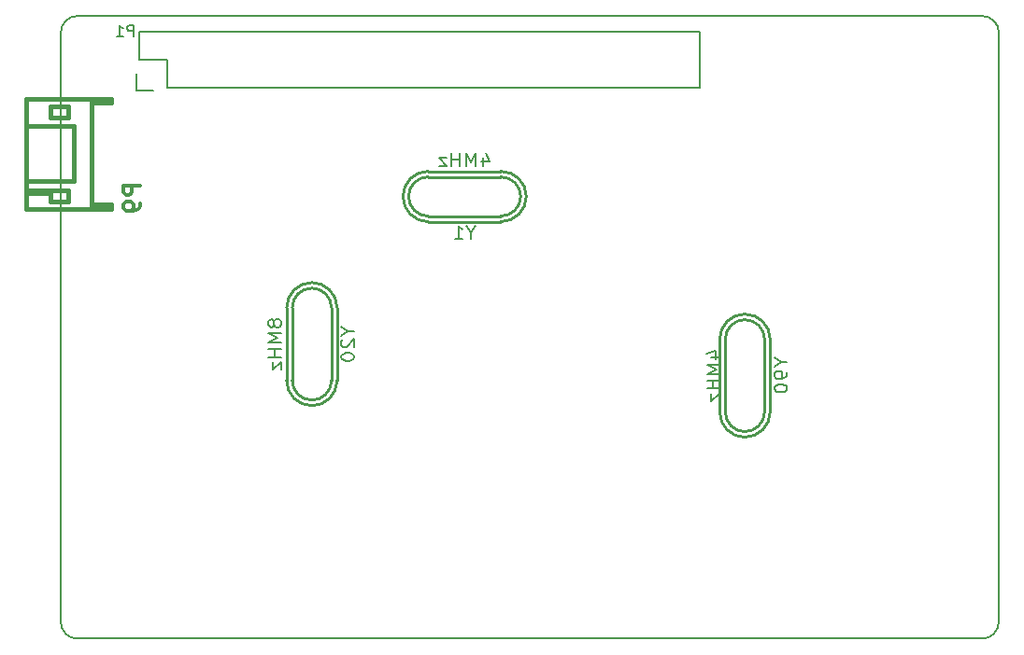
<source format=gbo>
G04 #@! TF.GenerationSoftware,KiCad,Pcbnew,5.1.2-f72e74a~84~ubuntu18.04.1*
G04 #@! TF.CreationDate,2019-05-05T23:22:51+02:00*
G04 #@! TF.ProjectId,AIOR,41494f52-2e6b-4696-9361-645f70636258,V1.0*
G04 #@! TF.SameCoordinates,Original*
G04 #@! TF.FileFunction,Legend,Bot*
G04 #@! TF.FilePolarity,Positive*
%FSLAX46Y46*%
G04 Gerber Fmt 4.6, Leading zero omitted, Abs format (unit mm)*
G04 Created by KiCad (PCBNEW 5.1.2-f72e74a~84~ubuntu18.04.1) date 2019-05-05 23:22:51*
%MOMM*%
%LPD*%
G04 APERTURE LIST*
%ADD10C,0.150000*%
%ADD11C,0.381000*%
%ADD12C,0.254000*%
%ADD13C,0.304800*%
%ADD14C,0.152400*%
G04 APERTURE END LIST*
D10*
X129500000Y-71500000D02*
X211500000Y-71500000D01*
X128000000Y-126500000D02*
X128000000Y-73000000D01*
X211500000Y-128000000D02*
X129500000Y-128000000D01*
X213000000Y-73000000D02*
X213000000Y-126500000D01*
X129500000Y-71500000D02*
G75*
G03X128000000Y-73000000I0J-1500000D01*
G01*
X128000000Y-126500000D02*
G75*
G03X129500000Y-128000000I1500000J0D01*
G01*
X211500000Y-128000000D02*
G75*
G03X213000000Y-126500000I0J1500000D01*
G01*
X213000000Y-73000000D02*
G75*
G03X211500000Y-71500000I-1500000J0D01*
G01*
D11*
X132590540Y-89009220D02*
X124891800Y-89009220D01*
X132590540Y-88610440D02*
X132590540Y-89009220D01*
X130792220Y-88610440D02*
X132590540Y-88610440D01*
X132590540Y-79410560D02*
X130792220Y-79410560D01*
X132590540Y-79011780D02*
X132590540Y-79410560D01*
X124891800Y-79011780D02*
X132590540Y-79011780D01*
X132590540Y-88808560D02*
X130792220Y-88808560D01*
X132590540Y-79212440D02*
X130792220Y-79212440D01*
X127091440Y-88313260D02*
X128691640Y-88313260D01*
X127091440Y-87312500D02*
X127091440Y-88313260D01*
X128691640Y-87312500D02*
X127091440Y-87312500D01*
X128691640Y-88313260D02*
X128691640Y-87312500D01*
X128691640Y-80713580D02*
X128691640Y-79712820D01*
X128691640Y-79712820D02*
X127091440Y-79712820D01*
X127091440Y-79712820D02*
X127091440Y-80713580D01*
X127091440Y-80713580D02*
X128691640Y-80713580D01*
X129192020Y-86512400D02*
X124891800Y-86512400D01*
X129192020Y-81511140D02*
X124891800Y-81511140D01*
X130792220Y-89011760D02*
X130792220Y-79009240D01*
X124891800Y-89011760D02*
X124891800Y-79009240D01*
X129192020Y-81511140D02*
X129192020Y-86509860D01*
X124891800Y-87609680D02*
X127091440Y-87609680D01*
X124891800Y-87309960D02*
X124891800Y-87609680D01*
X127091440Y-87309960D02*
X124891800Y-87309960D01*
D10*
X185902600Y-72948800D02*
X135102600Y-72948800D01*
X137642600Y-78028800D02*
X185902600Y-78028800D01*
X185902600Y-72948800D02*
X185902600Y-78028800D01*
X135102600Y-72948800D02*
X135102600Y-75488800D01*
X136372600Y-78308800D02*
X134822600Y-78308800D01*
X135102600Y-75488800D02*
X137642600Y-75488800D01*
X137642600Y-75488800D02*
X137642600Y-78028800D01*
X134822600Y-78308800D02*
X134822600Y-76758800D01*
D12*
X170180000Y-87884000D02*
G75*
G02X167894000Y-90170000I-2286000J0D01*
G01*
X161290000Y-86106000D02*
X167894000Y-86106000D01*
X167894000Y-89662000D02*
X161290000Y-89662000D01*
X167894000Y-86106000D02*
G75*
G02X169672000Y-87884000I0J-1778000D01*
G01*
X169672000Y-87884000D02*
G75*
G02X167894000Y-89662000I-1778000J0D01*
G01*
X159512000Y-87884000D02*
G75*
G02X161290000Y-86106000I1778000J0D01*
G01*
X161290000Y-89662000D02*
G75*
G02X159512000Y-87884000I0J1778000D01*
G01*
X167894000Y-85598000D02*
G75*
G02X170180000Y-87884000I0J-2286000D01*
G01*
X167894000Y-85598000D02*
X161290000Y-85598000D01*
X161290000Y-90170000D02*
X167894000Y-90170000D01*
X159004000Y-87884000D02*
G75*
G02X161290000Y-85598000I2286000J0D01*
G01*
X161290000Y-90170000D02*
G75*
G02X159004000Y-87884000I0J2286000D01*
G01*
X153035000Y-104584500D02*
G75*
G02X150749000Y-106870500I-2286000J0D01*
G01*
X150749000Y-106870500D02*
G75*
G02X148463000Y-104584500I0J2286000D01*
G01*
X153035000Y-104584500D02*
X153035000Y-97980500D01*
X148463000Y-97980500D02*
X148463000Y-104584500D01*
X148463000Y-97980500D02*
G75*
G02X150749000Y-95694500I2286000J0D01*
G01*
X152527000Y-104584500D02*
G75*
G02X150749000Y-106362500I-1778000J0D01*
G01*
X150749000Y-106362500D02*
G75*
G02X148971000Y-104584500I0J1778000D01*
G01*
X150749000Y-96202500D02*
G75*
G02X152527000Y-97980500I0J-1778000D01*
G01*
X148971000Y-97980500D02*
G75*
G02X150749000Y-96202500I1778000J0D01*
G01*
X152527000Y-97980500D02*
X152527000Y-104584500D01*
X148971000Y-104584500D02*
X148971000Y-97980500D01*
X150749000Y-95694500D02*
G75*
G02X153035000Y-97980500I0J-2286000D01*
G01*
X189992000Y-98552000D02*
G75*
G02X192278000Y-100838000I0J-2286000D01*
G01*
X188214000Y-107442000D02*
X188214000Y-100838000D01*
X191770000Y-100838000D02*
X191770000Y-107442000D01*
X188214000Y-100838000D02*
G75*
G02X189992000Y-99060000I1778000J0D01*
G01*
X189992000Y-99060000D02*
G75*
G02X191770000Y-100838000I0J-1778000D01*
G01*
X189992000Y-109220000D02*
G75*
G02X188214000Y-107442000I0J1778000D01*
G01*
X191770000Y-107442000D02*
G75*
G02X189992000Y-109220000I-1778000J0D01*
G01*
X187706000Y-100838000D02*
G75*
G02X189992000Y-98552000I2286000J0D01*
G01*
X187706000Y-100838000D02*
X187706000Y-107442000D01*
X192278000Y-107442000D02*
X192278000Y-100838000D01*
X189992000Y-109728000D02*
G75*
G02X187706000Y-107442000I0J2286000D01*
G01*
X192278000Y-107442000D02*
G75*
G02X189992000Y-109728000I-2286000J0D01*
G01*
D13*
X135182428Y-86886142D02*
X133658428Y-86886142D01*
X133658428Y-87466714D01*
X133731000Y-87611857D01*
X133803571Y-87684428D01*
X133948714Y-87757000D01*
X134166428Y-87757000D01*
X134311571Y-87684428D01*
X134384142Y-87611857D01*
X134456714Y-87466714D01*
X134456714Y-86886142D01*
X135182428Y-88482714D02*
X135182428Y-88773000D01*
X135109857Y-88918142D01*
X135037285Y-88990714D01*
X134819571Y-89135857D01*
X134529285Y-89208428D01*
X133948714Y-89208428D01*
X133803571Y-89135857D01*
X133731000Y-89063285D01*
X133658428Y-88918142D01*
X133658428Y-88627857D01*
X133731000Y-88482714D01*
X133803571Y-88410142D01*
X133948714Y-88337571D01*
X134311571Y-88337571D01*
X134456714Y-88410142D01*
X134529285Y-88482714D01*
X134601857Y-88627857D01*
X134601857Y-88918142D01*
X134529285Y-89063285D01*
X134456714Y-89135857D01*
X134311571Y-89208428D01*
D10*
X134596095Y-73350380D02*
X134596095Y-72350380D01*
X134215142Y-72350380D01*
X134119904Y-72398000D01*
X134072285Y-72445619D01*
X134024666Y-72540857D01*
X134024666Y-72683714D01*
X134072285Y-72778952D01*
X134119904Y-72826571D01*
X134215142Y-72874190D01*
X134596095Y-72874190D01*
X133072285Y-73350380D02*
X133643714Y-73350380D01*
X133358000Y-73350380D02*
X133358000Y-72350380D01*
X133453238Y-72493238D01*
X133548476Y-72588476D01*
X133643714Y-72636095D01*
D14*
X165196761Y-91158785D02*
X165196761Y-91703071D01*
X165620095Y-90560071D02*
X165196761Y-91158785D01*
X164773428Y-90560071D01*
X163684857Y-91703071D02*
X164410571Y-91703071D01*
X164047714Y-91703071D02*
X164047714Y-90560071D01*
X164168666Y-90723357D01*
X164289619Y-90832214D01*
X164410571Y-90886642D01*
X166255095Y-84337071D02*
X166255095Y-85099071D01*
X166557476Y-83901642D02*
X166859857Y-84718071D01*
X166073666Y-84718071D01*
X165589857Y-85099071D02*
X165589857Y-83956071D01*
X165166523Y-84772500D01*
X164743190Y-83956071D01*
X164743190Y-85099071D01*
X164138428Y-85099071D02*
X164138428Y-83956071D01*
X164138428Y-84500357D02*
X163412714Y-84500357D01*
X163412714Y-85099071D02*
X163412714Y-83956071D01*
X162928904Y-84337071D02*
X162263666Y-84337071D01*
X162928904Y-85099071D01*
X162263666Y-85099071D01*
X154023785Y-100072976D02*
X154568071Y-100072976D01*
X153425071Y-99649642D02*
X154023785Y-100072976D01*
X153425071Y-100496309D01*
X153533928Y-100859166D02*
X153479500Y-100919642D01*
X153425071Y-101040595D01*
X153425071Y-101342976D01*
X153479500Y-101463928D01*
X153533928Y-101524404D01*
X153642785Y-101584880D01*
X153751642Y-101584880D01*
X153914928Y-101524404D01*
X154568071Y-100798690D01*
X154568071Y-101584880D01*
X153425071Y-102371071D02*
X153425071Y-102492023D01*
X153479500Y-102612976D01*
X153533928Y-102673452D01*
X153642785Y-102733928D01*
X153860500Y-102794404D01*
X154132642Y-102794404D01*
X154350357Y-102733928D01*
X154459214Y-102673452D01*
X154513642Y-102612976D01*
X154568071Y-102492023D01*
X154568071Y-102371071D01*
X154513642Y-102250119D01*
X154459214Y-102189642D01*
X154350357Y-102129166D01*
X154132642Y-102068690D01*
X153860500Y-102068690D01*
X153642785Y-102129166D01*
X153533928Y-102189642D01*
X153479500Y-102250119D01*
X153425071Y-102371071D01*
X147310928Y-99256547D02*
X147256500Y-99135595D01*
X147202071Y-99075119D01*
X147093214Y-99014642D01*
X147038785Y-99014642D01*
X146929928Y-99075119D01*
X146875500Y-99135595D01*
X146821071Y-99256547D01*
X146821071Y-99498452D01*
X146875500Y-99619404D01*
X146929928Y-99679880D01*
X147038785Y-99740357D01*
X147093214Y-99740357D01*
X147202071Y-99679880D01*
X147256500Y-99619404D01*
X147310928Y-99498452D01*
X147310928Y-99256547D01*
X147365357Y-99135595D01*
X147419785Y-99075119D01*
X147528642Y-99014642D01*
X147746357Y-99014642D01*
X147855214Y-99075119D01*
X147909642Y-99135595D01*
X147964071Y-99256547D01*
X147964071Y-99498452D01*
X147909642Y-99619404D01*
X147855214Y-99679880D01*
X147746357Y-99740357D01*
X147528642Y-99740357D01*
X147419785Y-99679880D01*
X147365357Y-99619404D01*
X147310928Y-99498452D01*
X147964071Y-100284642D02*
X146821071Y-100284642D01*
X147637500Y-100707976D01*
X146821071Y-101131309D01*
X147964071Y-101131309D01*
X147964071Y-101736071D02*
X146821071Y-101736071D01*
X147365357Y-101736071D02*
X147365357Y-102461785D01*
X147964071Y-102461785D02*
X146821071Y-102461785D01*
X147202071Y-102945595D02*
X147202071Y-103610833D01*
X147964071Y-102945595D01*
X147964071Y-103610833D01*
X193266785Y-102930476D02*
X193811071Y-102930476D01*
X192668071Y-102507142D02*
X193266785Y-102930476D01*
X192668071Y-103353809D01*
X193811071Y-103837619D02*
X193811071Y-104079523D01*
X193756642Y-104200476D01*
X193702214Y-104260952D01*
X193538928Y-104381904D01*
X193321214Y-104442380D01*
X192885785Y-104442380D01*
X192776928Y-104381904D01*
X192722500Y-104321428D01*
X192668071Y-104200476D01*
X192668071Y-103958571D01*
X192722500Y-103837619D01*
X192776928Y-103777142D01*
X192885785Y-103716666D01*
X193157928Y-103716666D01*
X193266785Y-103777142D01*
X193321214Y-103837619D01*
X193375642Y-103958571D01*
X193375642Y-104200476D01*
X193321214Y-104321428D01*
X193266785Y-104381904D01*
X193157928Y-104442380D01*
X192668071Y-105228571D02*
X192668071Y-105349523D01*
X192722500Y-105470476D01*
X192776928Y-105530952D01*
X192885785Y-105591428D01*
X193103500Y-105651904D01*
X193375642Y-105651904D01*
X193593357Y-105591428D01*
X193702214Y-105530952D01*
X193756642Y-105470476D01*
X193811071Y-105349523D01*
X193811071Y-105228571D01*
X193756642Y-105107619D01*
X193702214Y-105047142D01*
X193593357Y-104986666D01*
X193375642Y-104926190D01*
X193103500Y-104926190D01*
X192885785Y-104986666D01*
X192776928Y-105047142D01*
X192722500Y-105107619D01*
X192668071Y-105228571D01*
X186953071Y-102476904D02*
X187715071Y-102476904D01*
X186517642Y-102174523D02*
X187334071Y-101872142D01*
X187334071Y-102658333D01*
X187715071Y-103142142D02*
X186572071Y-103142142D01*
X187388500Y-103565476D01*
X186572071Y-103988809D01*
X187715071Y-103988809D01*
X187715071Y-104593571D02*
X186572071Y-104593571D01*
X187116357Y-104593571D02*
X187116357Y-105319285D01*
X187715071Y-105319285D02*
X186572071Y-105319285D01*
X186953071Y-105803095D02*
X186953071Y-106468333D01*
X187715071Y-105803095D01*
X187715071Y-106468333D01*
M02*

</source>
